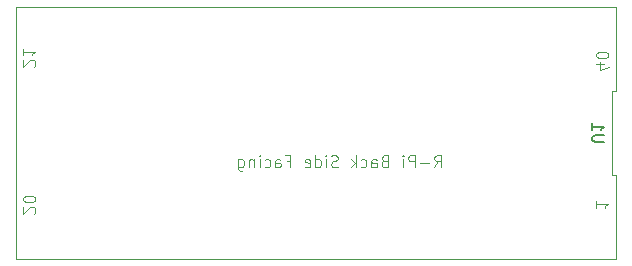
<source format=gbr>
%TF.GenerationSoftware,KiCad,Pcbnew,8.0.1*%
%TF.CreationDate,2024-04-20T16:28:09+12:00*%
%TF.ProjectId,RPi-Connector,5250692d-436f-46e6-9e65-63746f722e6b,rev?*%
%TF.SameCoordinates,Original*%
%TF.FileFunction,Legend,Bot*%
%TF.FilePolarity,Positive*%
%FSLAX46Y46*%
G04 Gerber Fmt 4.6, Leading zero omitted, Abs format (unit mm)*
G04 Created by KiCad (PCBNEW 8.0.1) date 2024-04-20 16:28:09*
%MOMM*%
%LPD*%
G01*
G04 APERTURE LIST*
%ADD10C,0.100000*%
%ADD11C,0.150000*%
%ADD12C,0.120000*%
G04 APERTURE END LIST*
D10*
X158890687Y-86994419D02*
X159224020Y-86518228D01*
X159462115Y-86994419D02*
X159462115Y-85994419D01*
X159462115Y-85994419D02*
X159081163Y-85994419D01*
X159081163Y-85994419D02*
X158985925Y-86042038D01*
X158985925Y-86042038D02*
X158938306Y-86089657D01*
X158938306Y-86089657D02*
X158890687Y-86184895D01*
X158890687Y-86184895D02*
X158890687Y-86327752D01*
X158890687Y-86327752D02*
X158938306Y-86422990D01*
X158938306Y-86422990D02*
X158985925Y-86470609D01*
X158985925Y-86470609D02*
X159081163Y-86518228D01*
X159081163Y-86518228D02*
X159462115Y-86518228D01*
X158462115Y-86613466D02*
X157700211Y-86613466D01*
X157224020Y-86994419D02*
X157224020Y-85994419D01*
X157224020Y-85994419D02*
X156843068Y-85994419D01*
X156843068Y-85994419D02*
X156747830Y-86042038D01*
X156747830Y-86042038D02*
X156700211Y-86089657D01*
X156700211Y-86089657D02*
X156652592Y-86184895D01*
X156652592Y-86184895D02*
X156652592Y-86327752D01*
X156652592Y-86327752D02*
X156700211Y-86422990D01*
X156700211Y-86422990D02*
X156747830Y-86470609D01*
X156747830Y-86470609D02*
X156843068Y-86518228D01*
X156843068Y-86518228D02*
X157224020Y-86518228D01*
X156224020Y-86994419D02*
X156224020Y-86327752D01*
X156224020Y-85994419D02*
X156271639Y-86042038D01*
X156271639Y-86042038D02*
X156224020Y-86089657D01*
X156224020Y-86089657D02*
X156176401Y-86042038D01*
X156176401Y-86042038D02*
X156224020Y-85994419D01*
X156224020Y-85994419D02*
X156224020Y-86089657D01*
X154652592Y-86470609D02*
X154509735Y-86518228D01*
X154509735Y-86518228D02*
X154462116Y-86565847D01*
X154462116Y-86565847D02*
X154414497Y-86661085D01*
X154414497Y-86661085D02*
X154414497Y-86803942D01*
X154414497Y-86803942D02*
X154462116Y-86899180D01*
X154462116Y-86899180D02*
X154509735Y-86946800D01*
X154509735Y-86946800D02*
X154604973Y-86994419D01*
X154604973Y-86994419D02*
X154985925Y-86994419D01*
X154985925Y-86994419D02*
X154985925Y-85994419D01*
X154985925Y-85994419D02*
X154652592Y-85994419D01*
X154652592Y-85994419D02*
X154557354Y-86042038D01*
X154557354Y-86042038D02*
X154509735Y-86089657D01*
X154509735Y-86089657D02*
X154462116Y-86184895D01*
X154462116Y-86184895D02*
X154462116Y-86280133D01*
X154462116Y-86280133D02*
X154509735Y-86375371D01*
X154509735Y-86375371D02*
X154557354Y-86422990D01*
X154557354Y-86422990D02*
X154652592Y-86470609D01*
X154652592Y-86470609D02*
X154985925Y-86470609D01*
X153557354Y-86994419D02*
X153557354Y-86470609D01*
X153557354Y-86470609D02*
X153604973Y-86375371D01*
X153604973Y-86375371D02*
X153700211Y-86327752D01*
X153700211Y-86327752D02*
X153890687Y-86327752D01*
X153890687Y-86327752D02*
X153985925Y-86375371D01*
X153557354Y-86946800D02*
X153652592Y-86994419D01*
X153652592Y-86994419D02*
X153890687Y-86994419D01*
X153890687Y-86994419D02*
X153985925Y-86946800D01*
X153985925Y-86946800D02*
X154033544Y-86851561D01*
X154033544Y-86851561D02*
X154033544Y-86756323D01*
X154033544Y-86756323D02*
X153985925Y-86661085D01*
X153985925Y-86661085D02*
X153890687Y-86613466D01*
X153890687Y-86613466D02*
X153652592Y-86613466D01*
X153652592Y-86613466D02*
X153557354Y-86565847D01*
X152652592Y-86946800D02*
X152747830Y-86994419D01*
X152747830Y-86994419D02*
X152938306Y-86994419D01*
X152938306Y-86994419D02*
X153033544Y-86946800D01*
X153033544Y-86946800D02*
X153081163Y-86899180D01*
X153081163Y-86899180D02*
X153128782Y-86803942D01*
X153128782Y-86803942D02*
X153128782Y-86518228D01*
X153128782Y-86518228D02*
X153081163Y-86422990D01*
X153081163Y-86422990D02*
X153033544Y-86375371D01*
X153033544Y-86375371D02*
X152938306Y-86327752D01*
X152938306Y-86327752D02*
X152747830Y-86327752D01*
X152747830Y-86327752D02*
X152652592Y-86375371D01*
X152224020Y-86994419D02*
X152224020Y-85994419D01*
X152128782Y-86613466D02*
X151843068Y-86994419D01*
X151843068Y-86327752D02*
X152224020Y-86708704D01*
X150700210Y-86946800D02*
X150557353Y-86994419D01*
X150557353Y-86994419D02*
X150319258Y-86994419D01*
X150319258Y-86994419D02*
X150224020Y-86946800D01*
X150224020Y-86946800D02*
X150176401Y-86899180D01*
X150176401Y-86899180D02*
X150128782Y-86803942D01*
X150128782Y-86803942D02*
X150128782Y-86708704D01*
X150128782Y-86708704D02*
X150176401Y-86613466D01*
X150176401Y-86613466D02*
X150224020Y-86565847D01*
X150224020Y-86565847D02*
X150319258Y-86518228D01*
X150319258Y-86518228D02*
X150509734Y-86470609D01*
X150509734Y-86470609D02*
X150604972Y-86422990D01*
X150604972Y-86422990D02*
X150652591Y-86375371D01*
X150652591Y-86375371D02*
X150700210Y-86280133D01*
X150700210Y-86280133D02*
X150700210Y-86184895D01*
X150700210Y-86184895D02*
X150652591Y-86089657D01*
X150652591Y-86089657D02*
X150604972Y-86042038D01*
X150604972Y-86042038D02*
X150509734Y-85994419D01*
X150509734Y-85994419D02*
X150271639Y-85994419D01*
X150271639Y-85994419D02*
X150128782Y-86042038D01*
X149700210Y-86994419D02*
X149700210Y-86327752D01*
X149700210Y-85994419D02*
X149747829Y-86042038D01*
X149747829Y-86042038D02*
X149700210Y-86089657D01*
X149700210Y-86089657D02*
X149652591Y-86042038D01*
X149652591Y-86042038D02*
X149700210Y-85994419D01*
X149700210Y-85994419D02*
X149700210Y-86089657D01*
X148795449Y-86994419D02*
X148795449Y-85994419D01*
X148795449Y-86946800D02*
X148890687Y-86994419D01*
X148890687Y-86994419D02*
X149081163Y-86994419D01*
X149081163Y-86994419D02*
X149176401Y-86946800D01*
X149176401Y-86946800D02*
X149224020Y-86899180D01*
X149224020Y-86899180D02*
X149271639Y-86803942D01*
X149271639Y-86803942D02*
X149271639Y-86518228D01*
X149271639Y-86518228D02*
X149224020Y-86422990D01*
X149224020Y-86422990D02*
X149176401Y-86375371D01*
X149176401Y-86375371D02*
X149081163Y-86327752D01*
X149081163Y-86327752D02*
X148890687Y-86327752D01*
X148890687Y-86327752D02*
X148795449Y-86375371D01*
X147938306Y-86946800D02*
X148033544Y-86994419D01*
X148033544Y-86994419D02*
X148224020Y-86994419D01*
X148224020Y-86994419D02*
X148319258Y-86946800D01*
X148319258Y-86946800D02*
X148366877Y-86851561D01*
X148366877Y-86851561D02*
X148366877Y-86470609D01*
X148366877Y-86470609D02*
X148319258Y-86375371D01*
X148319258Y-86375371D02*
X148224020Y-86327752D01*
X148224020Y-86327752D02*
X148033544Y-86327752D01*
X148033544Y-86327752D02*
X147938306Y-86375371D01*
X147938306Y-86375371D02*
X147890687Y-86470609D01*
X147890687Y-86470609D02*
X147890687Y-86565847D01*
X147890687Y-86565847D02*
X148366877Y-86661085D01*
X146366877Y-86470609D02*
X146700210Y-86470609D01*
X146700210Y-86994419D02*
X146700210Y-85994419D01*
X146700210Y-85994419D02*
X146224020Y-85994419D01*
X145414496Y-86994419D02*
X145414496Y-86470609D01*
X145414496Y-86470609D02*
X145462115Y-86375371D01*
X145462115Y-86375371D02*
X145557353Y-86327752D01*
X145557353Y-86327752D02*
X145747829Y-86327752D01*
X145747829Y-86327752D02*
X145843067Y-86375371D01*
X145414496Y-86946800D02*
X145509734Y-86994419D01*
X145509734Y-86994419D02*
X145747829Y-86994419D01*
X145747829Y-86994419D02*
X145843067Y-86946800D01*
X145843067Y-86946800D02*
X145890686Y-86851561D01*
X145890686Y-86851561D02*
X145890686Y-86756323D01*
X145890686Y-86756323D02*
X145843067Y-86661085D01*
X145843067Y-86661085D02*
X145747829Y-86613466D01*
X145747829Y-86613466D02*
X145509734Y-86613466D01*
X145509734Y-86613466D02*
X145414496Y-86565847D01*
X144509734Y-86946800D02*
X144604972Y-86994419D01*
X144604972Y-86994419D02*
X144795448Y-86994419D01*
X144795448Y-86994419D02*
X144890686Y-86946800D01*
X144890686Y-86946800D02*
X144938305Y-86899180D01*
X144938305Y-86899180D02*
X144985924Y-86803942D01*
X144985924Y-86803942D02*
X144985924Y-86518228D01*
X144985924Y-86518228D02*
X144938305Y-86422990D01*
X144938305Y-86422990D02*
X144890686Y-86375371D01*
X144890686Y-86375371D02*
X144795448Y-86327752D01*
X144795448Y-86327752D02*
X144604972Y-86327752D01*
X144604972Y-86327752D02*
X144509734Y-86375371D01*
X144081162Y-86994419D02*
X144081162Y-86327752D01*
X144081162Y-85994419D02*
X144128781Y-86042038D01*
X144128781Y-86042038D02*
X144081162Y-86089657D01*
X144081162Y-86089657D02*
X144033543Y-86042038D01*
X144033543Y-86042038D02*
X144081162Y-85994419D01*
X144081162Y-85994419D02*
X144081162Y-86089657D01*
X143604972Y-86327752D02*
X143604972Y-86994419D01*
X143604972Y-86422990D02*
X143557353Y-86375371D01*
X143557353Y-86375371D02*
X143462115Y-86327752D01*
X143462115Y-86327752D02*
X143319258Y-86327752D01*
X143319258Y-86327752D02*
X143224020Y-86375371D01*
X143224020Y-86375371D02*
X143176401Y-86470609D01*
X143176401Y-86470609D02*
X143176401Y-86994419D01*
X142271639Y-86327752D02*
X142271639Y-87137276D01*
X142271639Y-87137276D02*
X142319258Y-87232514D01*
X142319258Y-87232514D02*
X142366877Y-87280133D01*
X142366877Y-87280133D02*
X142462115Y-87327752D01*
X142462115Y-87327752D02*
X142604972Y-87327752D01*
X142604972Y-87327752D02*
X142700210Y-87280133D01*
X142271639Y-86946800D02*
X142366877Y-86994419D01*
X142366877Y-86994419D02*
X142557353Y-86994419D01*
X142557353Y-86994419D02*
X142652591Y-86946800D01*
X142652591Y-86946800D02*
X142700210Y-86899180D01*
X142700210Y-86899180D02*
X142747829Y-86803942D01*
X142747829Y-86803942D02*
X142747829Y-86518228D01*
X142747829Y-86518228D02*
X142700210Y-86422990D01*
X142700210Y-86422990D02*
X142652591Y-86375371D01*
X142652591Y-86375371D02*
X142557353Y-86327752D01*
X142557353Y-86327752D02*
X142366877Y-86327752D01*
X142366877Y-86327752D02*
X142271639Y-86375371D01*
X173260247Y-78261544D02*
X172593580Y-78261544D01*
X173641200Y-78499639D02*
X172926914Y-78737734D01*
X172926914Y-78737734D02*
X172926914Y-78118687D01*
X173593580Y-77547258D02*
X173593580Y-77452020D01*
X173593580Y-77452020D02*
X173545961Y-77356782D01*
X173545961Y-77356782D02*
X173498342Y-77309163D01*
X173498342Y-77309163D02*
X173403104Y-77261544D01*
X173403104Y-77261544D02*
X173212628Y-77213925D01*
X173212628Y-77213925D02*
X172974533Y-77213925D01*
X172974533Y-77213925D02*
X172784057Y-77261544D01*
X172784057Y-77261544D02*
X172688819Y-77309163D01*
X172688819Y-77309163D02*
X172641200Y-77356782D01*
X172641200Y-77356782D02*
X172593580Y-77452020D01*
X172593580Y-77452020D02*
X172593580Y-77547258D01*
X172593580Y-77547258D02*
X172641200Y-77642496D01*
X172641200Y-77642496D02*
X172688819Y-77690115D01*
X172688819Y-77690115D02*
X172784057Y-77737734D01*
X172784057Y-77737734D02*
X172974533Y-77785353D01*
X172974533Y-77785353D02*
X173212628Y-77785353D01*
X173212628Y-77785353D02*
X173403104Y-77737734D01*
X173403104Y-77737734D02*
X173498342Y-77690115D01*
X173498342Y-77690115D02*
X173545961Y-77642496D01*
X173545961Y-77642496D02*
X173593580Y-77547258D01*
X124984342Y-78483734D02*
X125031961Y-78436115D01*
X125031961Y-78436115D02*
X125079580Y-78340877D01*
X125079580Y-78340877D02*
X125079580Y-78102782D01*
X125079580Y-78102782D02*
X125031961Y-78007544D01*
X125031961Y-78007544D02*
X124984342Y-77959925D01*
X124984342Y-77959925D02*
X124889104Y-77912306D01*
X124889104Y-77912306D02*
X124793866Y-77912306D01*
X124793866Y-77912306D02*
X124651009Y-77959925D01*
X124651009Y-77959925D02*
X124079580Y-78531353D01*
X124079580Y-78531353D02*
X124079580Y-77912306D01*
X124079580Y-76959925D02*
X124079580Y-77531353D01*
X124079580Y-77245639D02*
X125079580Y-77245639D01*
X125079580Y-77245639D02*
X124936723Y-77340877D01*
X124936723Y-77340877D02*
X124841485Y-77436115D01*
X124841485Y-77436115D02*
X124793866Y-77531353D01*
X124984342Y-90929734D02*
X125031961Y-90882115D01*
X125031961Y-90882115D02*
X125079580Y-90786877D01*
X125079580Y-90786877D02*
X125079580Y-90548782D01*
X125079580Y-90548782D02*
X125031961Y-90453544D01*
X125031961Y-90453544D02*
X124984342Y-90405925D01*
X124984342Y-90405925D02*
X124889104Y-90358306D01*
X124889104Y-90358306D02*
X124793866Y-90358306D01*
X124793866Y-90358306D02*
X124651009Y-90405925D01*
X124651009Y-90405925D02*
X124079580Y-90977353D01*
X124079580Y-90977353D02*
X124079580Y-90358306D01*
X125079580Y-89739258D02*
X125079580Y-89644020D01*
X125079580Y-89644020D02*
X125031961Y-89548782D01*
X125031961Y-89548782D02*
X124984342Y-89501163D01*
X124984342Y-89501163D02*
X124889104Y-89453544D01*
X124889104Y-89453544D02*
X124698628Y-89405925D01*
X124698628Y-89405925D02*
X124460533Y-89405925D01*
X124460533Y-89405925D02*
X124270057Y-89453544D01*
X124270057Y-89453544D02*
X124174819Y-89501163D01*
X124174819Y-89501163D02*
X124127200Y-89548782D01*
X124127200Y-89548782D02*
X124079580Y-89644020D01*
X124079580Y-89644020D02*
X124079580Y-89739258D01*
X124079580Y-89739258D02*
X124127200Y-89834496D01*
X124127200Y-89834496D02*
X124174819Y-89882115D01*
X124174819Y-89882115D02*
X124270057Y-89929734D01*
X124270057Y-89929734D02*
X124460533Y-89977353D01*
X124460533Y-89977353D02*
X124698628Y-89977353D01*
X124698628Y-89977353D02*
X124889104Y-89929734D01*
X124889104Y-89929734D02*
X124984342Y-89882115D01*
X124984342Y-89882115D02*
X125031961Y-89834496D01*
X125031961Y-89834496D02*
X125079580Y-89739258D01*
X172593580Y-89850306D02*
X172593580Y-90421734D01*
X172593580Y-90136020D02*
X173593580Y-90136020D01*
X173593580Y-90136020D02*
X173450723Y-90231258D01*
X173450723Y-90231258D02*
X173355485Y-90326496D01*
X173355485Y-90326496D02*
X173307866Y-90421734D01*
D11*
X173265180Y-84871904D02*
X172455657Y-84871904D01*
X172455657Y-84871904D02*
X172360419Y-84824285D01*
X172360419Y-84824285D02*
X172312800Y-84776666D01*
X172312800Y-84776666D02*
X172265180Y-84681428D01*
X172265180Y-84681428D02*
X172265180Y-84490952D01*
X172265180Y-84490952D02*
X172312800Y-84395714D01*
X172312800Y-84395714D02*
X172360419Y-84348095D01*
X172360419Y-84348095D02*
X172455657Y-84300476D01*
X172455657Y-84300476D02*
X173265180Y-84300476D01*
X172265180Y-83300476D02*
X172265180Y-83871904D01*
X172265180Y-83586190D02*
X173265180Y-83586190D01*
X173265180Y-83586190D02*
X173122323Y-83681428D01*
X173122323Y-83681428D02*
X173027085Y-83776666D01*
X173027085Y-83776666D02*
X172979466Y-83871904D01*
D12*
%TO.C,U1*%
X174300000Y-80556667D02*
X174300000Y-73450000D01*
X173940000Y-80556667D02*
X174300000Y-80556667D01*
X174300000Y-94769999D02*
X174300000Y-87663333D01*
X123440000Y-94770000D02*
X174300000Y-94769999D01*
X173940000Y-87663333D02*
X173940000Y-80556667D01*
X174300000Y-87663333D02*
X173940000Y-87663333D01*
X174300000Y-73450000D02*
X123440000Y-73450001D01*
X123440000Y-73450001D02*
X123440000Y-94770000D01*
%TD*%
M02*

</source>
